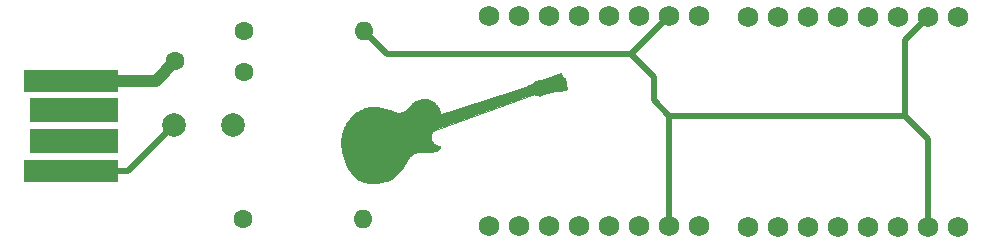
<source format=gbr>
%TF.GenerationSoftware,KiCad,Pcbnew,(7.0.0)*%
%TF.CreationDate,2023-12-29T11:59:30-08:00*%
%TF.ProjectId,MiniBadgeUSBmount,4d696e69-4261-4646-9765-5553426d6f75,rev?*%
%TF.SameCoordinates,Original*%
%TF.FileFunction,Copper,L1,Top*%
%TF.FilePolarity,Positive*%
%FSLAX46Y46*%
G04 Gerber Fmt 4.6, Leading zero omitted, Abs format (unit mm)*
G04 Created by KiCad (PCBNEW (7.0.0)) date 2023-12-29 11:59:30*
%MOMM*%
%LPD*%
G01*
G04 APERTURE LIST*
%TA.AperFunction,NonConductor*%
%ADD10C,0.003014*%
%TD*%
%TA.AperFunction,NonConductor*%
%ADD11C,0.029104*%
%TD*%
%TA.AperFunction,NonConductor*%
%ADD12C,0.026280*%
%TD*%
%TA.AperFunction,NonConductor*%
%ADD13C,0.026458*%
%TD*%
%TA.AperFunction,ComponentPad*%
%ADD14C,1.750000*%
%TD*%
%TA.AperFunction,ConnectorPad*%
%ADD15R,8.000000X1.900000*%
%TD*%
%TA.AperFunction,ConnectorPad*%
%ADD16R,7.500000X2.000000*%
%TD*%
%TA.AperFunction,ComponentPad*%
%ADD17C,1.600000*%
%TD*%
%TA.AperFunction,ComponentPad*%
%ADD18O,1.600000X1.600000*%
%TD*%
%TA.AperFunction,ComponentPad*%
%ADD19C,2.000000*%
%TD*%
%TA.AperFunction,Conductor*%
%ADD20C,0.500000*%
%TD*%
%TA.AperFunction,Conductor*%
%ADD21C,1.000000*%
%TD*%
G04 APERTURE END LIST*
D10*
G36*
X148249698Y-122660455D02*
G01*
X148264495Y-122661580D01*
X148279077Y-122663433D01*
X148293426Y-122665996D01*
X148307523Y-122669250D01*
X148321350Y-122673176D01*
X148334889Y-122677758D01*
X148348121Y-122682975D01*
X148361028Y-122688811D01*
X148373592Y-122695246D01*
X148385794Y-122702263D01*
X148397617Y-122709843D01*
X148409041Y-122717967D01*
X148420049Y-122726618D01*
X148430622Y-122735778D01*
X148440741Y-122745427D01*
X148450390Y-122755547D01*
X148459548Y-122766121D01*
X148468199Y-122777129D01*
X148476323Y-122788554D01*
X148483903Y-122800378D01*
X148490919Y-122812581D01*
X148497354Y-122825147D01*
X148503190Y-122838055D01*
X148508407Y-122851289D01*
X148512989Y-122864829D01*
X148516915Y-122878658D01*
X148520169Y-122892757D01*
X148522732Y-122907108D01*
X148524585Y-122921692D01*
X148525710Y-122936491D01*
X148526089Y-122951488D01*
X148525710Y-122966479D01*
X148524585Y-122981274D01*
X148522732Y-122995854D01*
X148520169Y-123010201D01*
X148516915Y-123024296D01*
X148512989Y-123038122D01*
X148508407Y-123051659D01*
X148503190Y-123064889D01*
X148497354Y-123077795D01*
X148490919Y-123090358D01*
X148483903Y-123102559D01*
X148476323Y-123114381D01*
X148468199Y-123125804D01*
X148459548Y-123136811D01*
X148450390Y-123147383D01*
X148440741Y-123157502D01*
X148430622Y-123167150D01*
X148420049Y-123176308D01*
X148409041Y-123184958D01*
X148397617Y-123193082D01*
X148385794Y-123200661D01*
X148373592Y-123207677D01*
X148361028Y-123214112D01*
X148348121Y-123219947D01*
X148334889Y-123225165D01*
X148321350Y-123229746D01*
X148307523Y-123233673D01*
X148293426Y-123236926D01*
X148279077Y-123239489D01*
X148264495Y-123241342D01*
X148249698Y-123242467D01*
X148234704Y-123242847D01*
X148219710Y-123242467D01*
X148204913Y-123241342D01*
X148190331Y-123239489D01*
X148175982Y-123236926D01*
X148161885Y-123233673D01*
X148148058Y-123229746D01*
X148134519Y-123225165D01*
X148121287Y-123219947D01*
X148108380Y-123214112D01*
X148095816Y-123207677D01*
X148083613Y-123200661D01*
X148071791Y-123193082D01*
X148060367Y-123184958D01*
X148049359Y-123176308D01*
X148038786Y-123167150D01*
X148028666Y-123157502D01*
X148019018Y-123147383D01*
X148009859Y-123136811D01*
X148001209Y-123125804D01*
X147993084Y-123114381D01*
X147985505Y-123102559D01*
X147978488Y-123090358D01*
X147972053Y-123077795D01*
X147966218Y-123064889D01*
X147961000Y-123051659D01*
X147956419Y-123038122D01*
X147952492Y-123024296D01*
X147949238Y-123010201D01*
X147946676Y-122995854D01*
X147944823Y-122981274D01*
X147943697Y-122966479D01*
X147943318Y-122951488D01*
X147943697Y-122936491D01*
X147944823Y-122921692D01*
X147946676Y-122907108D01*
X147949238Y-122892757D01*
X147952492Y-122878658D01*
X147956419Y-122864829D01*
X147961000Y-122851289D01*
X147966218Y-122838055D01*
X147972053Y-122825147D01*
X147978488Y-122812581D01*
X147985505Y-122800378D01*
X147993084Y-122788554D01*
X148001209Y-122777129D01*
X148009859Y-122766121D01*
X148019018Y-122755547D01*
X148028666Y-122745427D01*
X148038786Y-122735778D01*
X148049359Y-122726618D01*
X148060367Y-122717967D01*
X148071791Y-122709843D01*
X148083613Y-122702263D01*
X148095816Y-122695246D01*
X148108380Y-122688811D01*
X148121287Y-122682975D01*
X148134519Y-122677758D01*
X148148058Y-122673176D01*
X148161885Y-122669250D01*
X148175982Y-122665996D01*
X148190331Y-122663433D01*
X148204913Y-122661580D01*
X148219710Y-122660455D01*
X148234704Y-122660075D01*
X148249698Y-122660455D01*
G37*
X148249698Y-122660455D02*
X148264495Y-122661580D01*
X148279077Y-122663433D01*
X148293426Y-122665996D01*
X148307523Y-122669250D01*
X148321350Y-122673176D01*
X148334889Y-122677758D01*
X148348121Y-122682975D01*
X148361028Y-122688811D01*
X148373592Y-122695246D01*
X148385794Y-122702263D01*
X148397617Y-122709843D01*
X148409041Y-122717967D01*
X148420049Y-122726618D01*
X148430622Y-122735778D01*
X148440741Y-122745427D01*
X148450390Y-122755547D01*
X148459548Y-122766121D01*
X148468199Y-122777129D01*
X148476323Y-122788554D01*
X148483903Y-122800378D01*
X148490919Y-122812581D01*
X148497354Y-122825147D01*
X148503190Y-122838055D01*
X148508407Y-122851289D01*
X148512989Y-122864829D01*
X148516915Y-122878658D01*
X148520169Y-122892757D01*
X148522732Y-122907108D01*
X148524585Y-122921692D01*
X148525710Y-122936491D01*
X148526089Y-122951488D01*
X148525710Y-122966479D01*
X148524585Y-122981274D01*
X148522732Y-122995854D01*
X148520169Y-123010201D01*
X148516915Y-123024296D01*
X148512989Y-123038122D01*
X148508407Y-123051659D01*
X148503190Y-123064889D01*
X148497354Y-123077795D01*
X148490919Y-123090358D01*
X148483903Y-123102559D01*
X148476323Y-123114381D01*
X148468199Y-123125804D01*
X148459548Y-123136811D01*
X148450390Y-123147383D01*
X148440741Y-123157502D01*
X148430622Y-123167150D01*
X148420049Y-123176308D01*
X148409041Y-123184958D01*
X148397617Y-123193082D01*
X148385794Y-123200661D01*
X148373592Y-123207677D01*
X148361028Y-123214112D01*
X148348121Y-123219947D01*
X148334889Y-123225165D01*
X148321350Y-123229746D01*
X148307523Y-123233673D01*
X148293426Y-123236926D01*
X148279077Y-123239489D01*
X148264495Y-123241342D01*
X148249698Y-123242467D01*
X148234704Y-123242847D01*
X148219710Y-123242467D01*
X148204913Y-123241342D01*
X148190331Y-123239489D01*
X148175982Y-123236926D01*
X148161885Y-123233673D01*
X148148058Y-123229746D01*
X148134519Y-123225165D01*
X148121287Y-123219947D01*
X148108380Y-123214112D01*
X148095816Y-123207677D01*
X148083613Y-123200661D01*
X148071791Y-123193082D01*
X148060367Y-123184958D01*
X148049359Y-123176308D01*
X148038786Y-123167150D01*
X148028666Y-123157502D01*
X148019018Y-123147383D01*
X148009859Y-123136811D01*
X148001209Y-123125804D01*
X147993084Y-123114381D01*
X147985505Y-123102559D01*
X147978488Y-123090358D01*
X147972053Y-123077795D01*
X147966218Y-123064889D01*
X147961000Y-123051659D01*
X147956419Y-123038122D01*
X147952492Y-123024296D01*
X147949238Y-123010201D01*
X147946676Y-122995854D01*
X147944823Y-122981274D01*
X147943697Y-122966479D01*
X147943318Y-122951488D01*
X147943697Y-122936491D01*
X147944823Y-122921692D01*
X147946676Y-122907108D01*
X147949238Y-122892757D01*
X147952492Y-122878658D01*
X147956419Y-122864829D01*
X147961000Y-122851289D01*
X147966218Y-122838055D01*
X147972053Y-122825147D01*
X147978488Y-122812581D01*
X147985505Y-122800378D01*
X147993084Y-122788554D01*
X148001209Y-122777129D01*
X148009859Y-122766121D01*
X148019018Y-122755547D01*
X148028666Y-122745427D01*
X148038786Y-122735778D01*
X148049359Y-122726618D01*
X148060367Y-122717967D01*
X148071791Y-122709843D01*
X148083613Y-122702263D01*
X148095816Y-122695246D01*
X148108380Y-122688811D01*
X148121287Y-122682975D01*
X148134519Y-122677758D01*
X148148058Y-122673176D01*
X148161885Y-122669250D01*
X148175982Y-122665996D01*
X148190331Y-122663433D01*
X148204913Y-122661580D01*
X148219710Y-122660455D01*
X148234704Y-122660075D01*
X148249698Y-122660455D01*
D11*
G36*
X152480174Y-116608919D02*
G01*
X152583281Y-116620906D01*
X152681083Y-116641241D01*
X152773697Y-116669261D01*
X152861241Y-116704303D01*
X152943832Y-116745704D01*
X153021588Y-116792801D01*
X153094625Y-116844931D01*
X153163062Y-116901431D01*
X153227016Y-116961638D01*
X153286604Y-117024889D01*
X153341944Y-117090521D01*
X153393153Y-117157871D01*
X153440349Y-117226275D01*
X153483648Y-117295072D01*
X153559029Y-117431189D01*
X153620236Y-117560917D01*
X153668207Y-117678952D01*
X153703883Y-117779990D01*
X153728202Y-117858727D01*
X153746530Y-117928082D01*
X153721792Y-118997580D01*
X153706253Y-118999184D01*
X153662499Y-119006519D01*
X153631386Y-119013518D01*
X153594830Y-119023369D01*
X153553370Y-119036544D01*
X153507542Y-119053516D01*
X153457885Y-119074759D01*
X153404934Y-119100746D01*
X153349228Y-119131948D01*
X153291303Y-119168840D01*
X153231697Y-119211895D01*
X153170947Y-119261584D01*
X153109590Y-119318382D01*
X153078852Y-119349594D01*
X153048163Y-119382761D01*
X153012366Y-119426713D01*
X152981848Y-119472565D01*
X152956424Y-119520081D01*
X152935910Y-119569025D01*
X152920118Y-119619162D01*
X152908865Y-119670256D01*
X152901963Y-119722072D01*
X152899228Y-119774374D01*
X152900474Y-119826927D01*
X152905515Y-119879494D01*
X152914167Y-119931841D01*
X152926243Y-119983732D01*
X152941557Y-120034931D01*
X152959925Y-120085203D01*
X152981161Y-120134313D01*
X153005079Y-120182024D01*
X153031494Y-120228101D01*
X153060220Y-120272309D01*
X153091071Y-120314413D01*
X153123862Y-120354176D01*
X153158408Y-120391362D01*
X153194523Y-120425738D01*
X153232021Y-120457066D01*
X153270717Y-120485112D01*
X153310425Y-120509640D01*
X153350961Y-120530414D01*
X153392137Y-120547198D01*
X153433769Y-120559758D01*
X153475671Y-120567858D01*
X153517658Y-120571262D01*
X153559543Y-120569735D01*
X153601142Y-120563040D01*
X153614095Y-120560584D01*
X153625980Y-120559284D01*
X153636825Y-120559093D01*
X153646658Y-120559961D01*
X153655508Y-120561840D01*
X153663403Y-120564682D01*
X153670371Y-120568437D01*
X153676440Y-120573058D01*
X153681640Y-120578495D01*
X153685997Y-120584700D01*
X153689540Y-120591625D01*
X153692299Y-120599220D01*
X153694299Y-120607438D01*
X153695571Y-120616229D01*
X153696143Y-120625545D01*
X153696042Y-120635338D01*
X153695296Y-120645559D01*
X153693935Y-120656159D01*
X153689478Y-120678303D01*
X153682897Y-120701380D01*
X153674418Y-120725003D01*
X153664266Y-120748783D01*
X153652668Y-120772330D01*
X153639851Y-120795257D01*
X153626039Y-120817174D01*
X153599833Y-120851979D01*
X153569970Y-120883754D01*
X153536596Y-120912642D01*
X153499859Y-120938786D01*
X153459905Y-120962331D01*
X153416883Y-120983419D01*
X153322221Y-121018802D01*
X153217048Y-121046084D01*
X153102542Y-121066414D01*
X152979880Y-121080940D01*
X152850238Y-121090811D01*
X152574726Y-121101187D01*
X152285422Y-121106733D01*
X151991741Y-121116639D01*
X151846203Y-121126099D01*
X151703101Y-121140097D01*
X151634228Y-121151044D01*
X151568936Y-121167096D01*
X151506985Y-121188034D01*
X151448134Y-121213641D01*
X151392145Y-121243697D01*
X151338776Y-121277984D01*
X151287789Y-121316285D01*
X151238943Y-121358381D01*
X151191998Y-121404052D01*
X151146715Y-121453082D01*
X151060173Y-121560343D01*
X150977399Y-121678416D01*
X150896472Y-121805554D01*
X150732486Y-122080041D01*
X150645587Y-122223896D01*
X150552860Y-122369831D01*
X150452385Y-122516097D01*
X150342243Y-122660949D01*
X150220514Y-122802640D01*
X150154705Y-122871754D01*
X150085279Y-122939423D01*
X149953766Y-123055127D01*
X149813125Y-123164060D01*
X149663889Y-123265577D01*
X149506593Y-123359033D01*
X149341771Y-123443782D01*
X149169956Y-123519177D01*
X148991681Y-123584574D01*
X148807481Y-123639328D01*
X148617889Y-123682792D01*
X148423438Y-123714320D01*
X148224663Y-123733268D01*
X148022097Y-123738990D01*
X147816274Y-123730840D01*
X147607728Y-123708172D01*
X147396992Y-123670341D01*
X147184599Y-123616702D01*
X147082694Y-123583397D01*
X146982701Y-123543246D01*
X146884708Y-123496469D01*
X146788808Y-123443282D01*
X146695090Y-123383904D01*
X146603644Y-123318553D01*
X146427931Y-123170805D01*
X146262391Y-123001780D01*
X146107748Y-122813224D01*
X145964723Y-122606880D01*
X145834040Y-122384492D01*
X145716421Y-122147805D01*
X145612589Y-121898563D01*
X145523265Y-121638511D01*
X145449174Y-121369391D01*
X145391037Y-121092949D01*
X145349577Y-120810928D01*
X145325516Y-120525073D01*
X145319578Y-120237128D01*
X145324574Y-120095925D01*
X145336067Y-119956433D01*
X145353853Y-119818800D01*
X145377734Y-119683173D01*
X145407507Y-119549700D01*
X145442972Y-119418528D01*
X145483928Y-119289805D01*
X145530174Y-119163679D01*
X145581508Y-119040298D01*
X145637730Y-118919808D01*
X145698639Y-118802357D01*
X145764033Y-118688093D01*
X145833713Y-118577164D01*
X145907476Y-118469717D01*
X145985122Y-118365900D01*
X146066450Y-118265860D01*
X146151259Y-118169745D01*
X146239348Y-118077703D01*
X146330515Y-117989881D01*
X146424561Y-117906426D01*
X146521283Y-117827487D01*
X146620482Y-117753211D01*
X146721955Y-117683745D01*
X146825503Y-117619238D01*
X146930923Y-117559836D01*
X147038015Y-117505687D01*
X147146579Y-117456940D01*
X147256412Y-117413740D01*
X147367314Y-117376237D01*
X147479085Y-117344578D01*
X147591522Y-117318910D01*
X147704426Y-117299380D01*
X147805242Y-117286871D01*
X147904325Y-117278686D01*
X148001699Y-117274566D01*
X148097392Y-117274257D01*
X148191430Y-117277500D01*
X148283838Y-117284040D01*
X148374643Y-117293618D01*
X148463871Y-117305979D01*
X148637700Y-117338021D01*
X148805533Y-117378111D01*
X148967579Y-117424194D01*
X149124048Y-117474216D01*
X149698321Y-117672595D01*
X149830033Y-117711490D01*
X149957420Y-117741996D01*
X150080691Y-117762059D01*
X150140849Y-117767531D01*
X150200055Y-117769623D01*
X150279590Y-117767640D01*
X150353621Y-117760978D01*
X150422551Y-117749895D01*
X150486781Y-117734647D01*
X150546716Y-117715489D01*
X150602758Y-117692679D01*
X150655309Y-117666473D01*
X150704771Y-117637127D01*
X150751549Y-117604899D01*
X150796043Y-117570043D01*
X150838658Y-117532817D01*
X150879794Y-117493477D01*
X150959247Y-117409483D01*
X151037620Y-117320110D01*
X151118138Y-117227411D01*
X151204019Y-117133437D01*
X151298486Y-117040240D01*
X151349946Y-116994574D01*
X151404760Y-116949871D01*
X151463331Y-116906388D01*
X151526061Y-116864382D01*
X151593354Y-116824109D01*
X151665612Y-116785825D01*
X151743237Y-116749787D01*
X151826633Y-116716252D01*
X151916201Y-116685474D01*
X152012345Y-116657713D01*
X152137848Y-116629677D01*
X152257575Y-116612641D01*
X152371645Y-116605943D01*
X152480174Y-116608919D01*
G37*
X152480174Y-116608919D02*
X152583281Y-116620906D01*
X152681083Y-116641241D01*
X152773697Y-116669261D01*
X152861241Y-116704303D01*
X152943832Y-116745704D01*
X153021588Y-116792801D01*
X153094625Y-116844931D01*
X153163062Y-116901431D01*
X153227016Y-116961638D01*
X153286604Y-117024889D01*
X153341944Y-117090521D01*
X153393153Y-117157871D01*
X153440349Y-117226275D01*
X153483648Y-117295072D01*
X153559029Y-117431189D01*
X153620236Y-117560917D01*
X153668207Y-117678952D01*
X153703883Y-117779990D01*
X153728202Y-117858727D01*
X153746530Y-117928082D01*
X153721792Y-118997580D01*
X153706253Y-118999184D01*
X153662499Y-119006519D01*
X153631386Y-119013518D01*
X153594830Y-119023369D01*
X153553370Y-119036544D01*
X153507542Y-119053516D01*
X153457885Y-119074759D01*
X153404934Y-119100746D01*
X153349228Y-119131948D01*
X153291303Y-119168840D01*
X153231697Y-119211895D01*
X153170947Y-119261584D01*
X153109590Y-119318382D01*
X153078852Y-119349594D01*
X153048163Y-119382761D01*
X153012366Y-119426713D01*
X152981848Y-119472565D01*
X152956424Y-119520081D01*
X152935910Y-119569025D01*
X152920118Y-119619162D01*
X152908865Y-119670256D01*
X152901963Y-119722072D01*
X152899228Y-119774374D01*
X152900474Y-119826927D01*
X152905515Y-119879494D01*
X152914167Y-119931841D01*
X152926243Y-119983732D01*
X152941557Y-120034931D01*
X152959925Y-120085203D01*
X152981161Y-120134313D01*
X153005079Y-120182024D01*
X153031494Y-120228101D01*
X153060220Y-120272309D01*
X153091071Y-120314413D01*
X153123862Y-120354176D01*
X153158408Y-120391362D01*
X153194523Y-120425738D01*
X153232021Y-120457066D01*
X153270717Y-120485112D01*
X153310425Y-120509640D01*
X153350961Y-120530414D01*
X153392137Y-120547198D01*
X153433769Y-120559758D01*
X153475671Y-120567858D01*
X153517658Y-120571262D01*
X153559543Y-120569735D01*
X153601142Y-120563040D01*
X153614095Y-120560584D01*
X153625980Y-120559284D01*
X153636825Y-120559093D01*
X153646658Y-120559961D01*
X153655508Y-120561840D01*
X153663403Y-120564682D01*
X153670371Y-120568437D01*
X153676440Y-120573058D01*
X153681640Y-120578495D01*
X153685997Y-120584700D01*
X153689540Y-120591625D01*
X153692299Y-120599220D01*
X153694299Y-120607438D01*
X153695571Y-120616229D01*
X153696143Y-120625545D01*
X153696042Y-120635338D01*
X153695296Y-120645559D01*
X153693935Y-120656159D01*
X153689478Y-120678303D01*
X153682897Y-120701380D01*
X153674418Y-120725003D01*
X153664266Y-120748783D01*
X153652668Y-120772330D01*
X153639851Y-120795257D01*
X153626039Y-120817174D01*
X153599833Y-120851979D01*
X153569970Y-120883754D01*
X153536596Y-120912642D01*
X153499859Y-120938786D01*
X153459905Y-120962331D01*
X153416883Y-120983419D01*
X153322221Y-121018802D01*
X153217048Y-121046084D01*
X153102542Y-121066414D01*
X152979880Y-121080940D01*
X152850238Y-121090811D01*
X152574726Y-121101187D01*
X152285422Y-121106733D01*
X151991741Y-121116639D01*
X151846203Y-121126099D01*
X151703101Y-121140097D01*
X151634228Y-121151044D01*
X151568936Y-121167096D01*
X151506985Y-121188034D01*
X151448134Y-121213641D01*
X151392145Y-121243697D01*
X151338776Y-121277984D01*
X151287789Y-121316285D01*
X151238943Y-121358381D01*
X151191998Y-121404052D01*
X151146715Y-121453082D01*
X151060173Y-121560343D01*
X150977399Y-121678416D01*
X150896472Y-121805554D01*
X150732486Y-122080041D01*
X150645587Y-122223896D01*
X150552860Y-122369831D01*
X150452385Y-122516097D01*
X150342243Y-122660949D01*
X150220514Y-122802640D01*
X150154705Y-122871754D01*
X150085279Y-122939423D01*
X149953766Y-123055127D01*
X149813125Y-123164060D01*
X149663889Y-123265577D01*
X149506593Y-123359033D01*
X149341771Y-123443782D01*
X149169956Y-123519177D01*
X148991681Y-123584574D01*
X148807481Y-123639328D01*
X148617889Y-123682792D01*
X148423438Y-123714320D01*
X148224663Y-123733268D01*
X148022097Y-123738990D01*
X147816274Y-123730840D01*
X147607728Y-123708172D01*
X147396992Y-123670341D01*
X147184599Y-123616702D01*
X147082694Y-123583397D01*
X146982701Y-123543246D01*
X146884708Y-123496469D01*
X146788808Y-123443282D01*
X146695090Y-123383904D01*
X146603644Y-123318553D01*
X146427931Y-123170805D01*
X146262391Y-123001780D01*
X146107748Y-122813224D01*
X145964723Y-122606880D01*
X145834040Y-122384492D01*
X145716421Y-122147805D01*
X145612589Y-121898563D01*
X145523265Y-121638511D01*
X145449174Y-121369391D01*
X145391037Y-121092949D01*
X145349577Y-120810928D01*
X145325516Y-120525073D01*
X145319578Y-120237128D01*
X145324574Y-120095925D01*
X145336067Y-119956433D01*
X145353853Y-119818800D01*
X145377734Y-119683173D01*
X145407507Y-119549700D01*
X145442972Y-119418528D01*
X145483928Y-119289805D01*
X145530174Y-119163679D01*
X145581508Y-119040298D01*
X145637730Y-118919808D01*
X145698639Y-118802357D01*
X145764033Y-118688093D01*
X145833713Y-118577164D01*
X145907476Y-118469717D01*
X145985122Y-118365900D01*
X146066450Y-118265860D01*
X146151259Y-118169745D01*
X146239348Y-118077703D01*
X146330515Y-117989881D01*
X146424561Y-117906426D01*
X146521283Y-117827487D01*
X146620482Y-117753211D01*
X146721955Y-117683745D01*
X146825503Y-117619238D01*
X146930923Y-117559836D01*
X147038015Y-117505687D01*
X147146579Y-117456940D01*
X147256412Y-117413740D01*
X147367314Y-117376237D01*
X147479085Y-117344578D01*
X147591522Y-117318910D01*
X147704426Y-117299380D01*
X147805242Y-117286871D01*
X147904325Y-117278686D01*
X148001699Y-117274566D01*
X148097392Y-117274257D01*
X148191430Y-117277500D01*
X148283838Y-117284040D01*
X148374643Y-117293618D01*
X148463871Y-117305979D01*
X148637700Y-117338021D01*
X148805533Y-117378111D01*
X148967579Y-117424194D01*
X149124048Y-117474216D01*
X149698321Y-117672595D01*
X149830033Y-117711490D01*
X149957420Y-117741996D01*
X150080691Y-117762059D01*
X150140849Y-117767531D01*
X150200055Y-117769623D01*
X150279590Y-117767640D01*
X150353621Y-117760978D01*
X150422551Y-117749895D01*
X150486781Y-117734647D01*
X150546716Y-117715489D01*
X150602758Y-117692679D01*
X150655309Y-117666473D01*
X150704771Y-117637127D01*
X150751549Y-117604899D01*
X150796043Y-117570043D01*
X150838658Y-117532817D01*
X150879794Y-117493477D01*
X150959247Y-117409483D01*
X151037620Y-117320110D01*
X151118138Y-117227411D01*
X151204019Y-117133437D01*
X151298486Y-117040240D01*
X151349946Y-116994574D01*
X151404760Y-116949871D01*
X151463331Y-116906388D01*
X151526061Y-116864382D01*
X151593354Y-116824109D01*
X151665612Y-116785825D01*
X151743237Y-116749787D01*
X151826633Y-116716252D01*
X151916201Y-116685474D01*
X152012345Y-116657713D01*
X152137848Y-116629677D01*
X152257575Y-116612641D01*
X152371645Y-116605943D01*
X152480174Y-116608919D01*
D12*
G36*
X161432281Y-116310448D02*
G01*
X152615650Y-119461503D01*
X152506167Y-119207020D01*
X152453577Y-119077786D01*
X152403606Y-118946647D01*
X152357145Y-118813169D01*
X152315084Y-118676922D01*
X152295981Y-118607624D01*
X152278312Y-118537471D01*
X152262188Y-118466410D01*
X152247720Y-118394385D01*
X161191324Y-115518497D01*
X161432281Y-116310448D01*
G37*
X161432281Y-116310448D02*
X152615650Y-119461503D01*
X152506167Y-119207020D01*
X152453577Y-119077786D01*
X152403606Y-118946647D01*
X152357145Y-118813169D01*
X152315084Y-118676922D01*
X152295981Y-118607624D01*
X152278312Y-118537471D01*
X152262188Y-118466410D01*
X152247720Y-118394385D01*
X161191324Y-115518497D01*
X161432281Y-116310448D01*
D13*
G36*
X163930495Y-114411720D02*
G01*
X163929645Y-114416704D01*
X163929278Y-114422264D01*
X163929369Y-114428360D01*
X163930829Y-114442005D01*
X163933827Y-114457327D01*
X163938167Y-114474012D01*
X163943653Y-114491745D01*
X163950087Y-114510215D01*
X163957272Y-114529106D01*
X163973112Y-114566901D01*
X163989598Y-114602622D01*
X164005156Y-114633760D01*
X164018213Y-114657806D01*
X164027295Y-114673194D01*
X164036220Y-114687453D01*
X164044989Y-114700644D01*
X164053603Y-114712826D01*
X164062063Y-114724059D01*
X164070371Y-114734403D01*
X164078527Y-114743918D01*
X164086532Y-114752663D01*
X164094387Y-114760699D01*
X164102093Y-114768085D01*
X164109652Y-114774881D01*
X164117064Y-114781146D01*
X164131451Y-114792326D01*
X164145263Y-114802103D01*
X164171194Y-114819362D01*
X164183329Y-114827800D01*
X164194921Y-114836750D01*
X164200515Y-114841565D01*
X164205977Y-114846688D01*
X164211308Y-114852178D01*
X164216507Y-114858095D01*
X164221577Y-114864498D01*
X164226519Y-114871448D01*
X164231332Y-114879004D01*
X164236019Y-114887226D01*
X164242151Y-114899431D01*
X164247442Y-114911661D01*
X164251953Y-114923876D01*
X164255746Y-114936036D01*
X164258881Y-114948101D01*
X164261421Y-114960031D01*
X164263428Y-114971786D01*
X164264961Y-114983326D01*
X164266084Y-114994611D01*
X164266858Y-115005600D01*
X164267603Y-115026533D01*
X164267609Y-115063095D01*
X164268012Y-115067181D01*
X164269186Y-115071350D01*
X164271073Y-115075612D01*
X164273619Y-115079977D01*
X164276767Y-115084455D01*
X164280462Y-115089057D01*
X164289268Y-115098673D01*
X164310985Y-115119836D01*
X164323002Y-115131547D01*
X164335196Y-115144120D01*
X164347122Y-115157637D01*
X164358332Y-115172178D01*
X164363529Y-115179859D01*
X164368379Y-115187827D01*
X164372828Y-115196092D01*
X164376818Y-115204664D01*
X164380295Y-115213553D01*
X164383202Y-115222771D01*
X164385484Y-115232326D01*
X164387085Y-115242230D01*
X164387949Y-115252492D01*
X164388019Y-115263122D01*
X164387242Y-115274132D01*
X164385559Y-115285530D01*
X164381272Y-115311493D01*
X164378059Y-115337193D01*
X164375857Y-115362594D01*
X164374606Y-115387659D01*
X164374244Y-115412350D01*
X164374710Y-115436631D01*
X164375942Y-115460466D01*
X164377878Y-115483816D01*
X164380458Y-115506647D01*
X164383619Y-115528920D01*
X164387300Y-115550599D01*
X164391441Y-115571647D01*
X164395978Y-115592027D01*
X164400852Y-115611703D01*
X164411360Y-115648793D01*
X164422473Y-115682623D01*
X164433701Y-115712898D01*
X164444550Y-115739323D01*
X164454530Y-115761605D01*
X164469913Y-115792558D01*
X164475914Y-115803399D01*
X164323858Y-115820896D01*
X164161167Y-115843971D01*
X163813117Y-115903947D01*
X163450225Y-115977518D01*
X163090952Y-116058870D01*
X162753761Y-116142194D01*
X162457113Y-116221676D01*
X162219468Y-116291507D01*
X162059290Y-116345874D01*
X161941365Y-116304020D01*
X161847031Y-116271233D01*
X161776291Y-116247899D01*
X161761092Y-116243674D01*
X161745491Y-116240048D01*
X161729546Y-116236990D01*
X161713316Y-116234470D01*
X161696859Y-116232457D01*
X161680232Y-116230920D01*
X161646702Y-116229156D01*
X161613189Y-116228934D01*
X161580157Y-116230010D01*
X161548071Y-116232139D01*
X161517393Y-116235080D01*
X161488587Y-116238587D01*
X161462118Y-116242417D01*
X161418043Y-116250072D01*
X161378331Y-116258535D01*
X161147747Y-115457430D01*
X161147748Y-115457430D01*
X161292766Y-115418186D01*
X161346071Y-115401722D01*
X161372505Y-115392670D01*
X161398122Y-115383113D01*
X161422415Y-115373084D01*
X161444882Y-115362614D01*
X161465016Y-115351737D01*
X161482314Y-115340485D01*
X161500429Y-115326585D01*
X161518997Y-115311029D01*
X161537793Y-115294167D01*
X161556594Y-115276353D01*
X161575177Y-115257939D01*
X161593317Y-115239277D01*
X161610791Y-115220720D01*
X161627375Y-115202620D01*
X161656979Y-115169201D01*
X161680340Y-115141840D01*
X161701177Y-115116568D01*
X162558692Y-114899186D01*
X163931853Y-114407352D01*
X163930495Y-114411720D01*
G37*
X163930495Y-114411720D02*
X163929645Y-114416704D01*
X163929278Y-114422264D01*
X163929369Y-114428360D01*
X163930829Y-114442005D01*
X163933827Y-114457327D01*
X163938167Y-114474012D01*
X163943653Y-114491745D01*
X163950087Y-114510215D01*
X163957272Y-114529106D01*
X163973112Y-114566901D01*
X163989598Y-114602622D01*
X164005156Y-114633760D01*
X164018213Y-114657806D01*
X164027295Y-114673194D01*
X164036220Y-114687453D01*
X164044989Y-114700644D01*
X164053603Y-114712826D01*
X164062063Y-114724059D01*
X164070371Y-114734403D01*
X164078527Y-114743918D01*
X164086532Y-114752663D01*
X164094387Y-114760699D01*
X164102093Y-114768085D01*
X164109652Y-114774881D01*
X164117064Y-114781146D01*
X164131451Y-114792326D01*
X164145263Y-114802103D01*
X164171194Y-114819362D01*
X164183329Y-114827800D01*
X164194921Y-114836750D01*
X164200515Y-114841565D01*
X164205977Y-114846688D01*
X164211308Y-114852178D01*
X164216507Y-114858095D01*
X164221577Y-114864498D01*
X164226519Y-114871448D01*
X164231332Y-114879004D01*
X164236019Y-114887226D01*
X164242151Y-114899431D01*
X164247442Y-114911661D01*
X164251953Y-114923876D01*
X164255746Y-114936036D01*
X164258881Y-114948101D01*
X164261421Y-114960031D01*
X164263428Y-114971786D01*
X164264961Y-114983326D01*
X164266084Y-114994611D01*
X164266858Y-115005600D01*
X164267603Y-115026533D01*
X164267609Y-115063095D01*
X164268012Y-115067181D01*
X164269186Y-115071350D01*
X164271073Y-115075612D01*
X164273619Y-115079977D01*
X164276767Y-115084455D01*
X164280462Y-115089057D01*
X164289268Y-115098673D01*
X164310985Y-115119836D01*
X164323002Y-115131547D01*
X164335196Y-115144120D01*
X164347122Y-115157637D01*
X164358332Y-115172178D01*
X164363529Y-115179859D01*
X164368379Y-115187827D01*
X164372828Y-115196092D01*
X164376818Y-115204664D01*
X164380295Y-115213553D01*
X164383202Y-115222771D01*
X164385484Y-115232326D01*
X164387085Y-115242230D01*
X164387949Y-115252492D01*
X164388019Y-115263122D01*
X164387242Y-115274132D01*
X164385559Y-115285530D01*
X164381272Y-115311493D01*
X164378059Y-115337193D01*
X164375857Y-115362594D01*
X164374606Y-115387659D01*
X164374244Y-115412350D01*
X164374710Y-115436631D01*
X164375942Y-115460466D01*
X164377878Y-115483816D01*
X164380458Y-115506647D01*
X164383619Y-115528920D01*
X164387300Y-115550599D01*
X164391441Y-115571647D01*
X164395978Y-115592027D01*
X164400852Y-115611703D01*
X164411360Y-115648793D01*
X164422473Y-115682623D01*
X164433701Y-115712898D01*
X164444550Y-115739323D01*
X164454530Y-115761605D01*
X164469913Y-115792558D01*
X164475914Y-115803399D01*
X164323858Y-115820896D01*
X164161167Y-115843971D01*
X163813117Y-115903947D01*
X163450225Y-115977518D01*
X163090952Y-116058870D01*
X162753761Y-116142194D01*
X162457113Y-116221676D01*
X162219468Y-116291507D01*
X162059290Y-116345874D01*
X161941365Y-116304020D01*
X161847031Y-116271233D01*
X161776291Y-116247899D01*
X161761092Y-116243674D01*
X161745491Y-116240048D01*
X161729546Y-116236990D01*
X161713316Y-116234470D01*
X161696859Y-116232457D01*
X161680232Y-116230920D01*
X161646702Y-116229156D01*
X161613189Y-116228934D01*
X161580157Y-116230010D01*
X161548071Y-116232139D01*
X161517393Y-116235080D01*
X161488587Y-116238587D01*
X161462118Y-116242417D01*
X161418043Y-116250072D01*
X161378331Y-116258535D01*
X161147747Y-115457430D01*
X161147748Y-115457430D01*
X161292766Y-115418186D01*
X161346071Y-115401722D01*
X161372505Y-115392670D01*
X161398122Y-115383113D01*
X161422415Y-115373084D01*
X161444882Y-115362614D01*
X161465016Y-115351737D01*
X161482314Y-115340485D01*
X161500429Y-115326585D01*
X161518997Y-115311029D01*
X161537793Y-115294167D01*
X161556594Y-115276353D01*
X161575177Y-115257939D01*
X161593317Y-115239277D01*
X161610791Y-115220720D01*
X161627375Y-115202620D01*
X161656979Y-115169201D01*
X161680340Y-115141840D01*
X161701177Y-115116568D01*
X162558692Y-114899186D01*
X163931853Y-114407352D01*
X163930495Y-114411720D01*
D10*
G36*
X149453763Y-122282207D02*
G01*
X149468561Y-122283333D01*
X149483143Y-122285186D01*
X149497491Y-122287749D01*
X149511589Y-122291002D01*
X149525416Y-122294929D01*
X149538954Y-122299511D01*
X149552186Y-122304728D01*
X149565094Y-122310564D01*
X149577657Y-122316999D01*
X149589860Y-122324016D01*
X149601682Y-122331596D01*
X149613107Y-122339720D01*
X149624114Y-122348371D01*
X149634687Y-122357530D01*
X149644807Y-122367179D01*
X149654456Y-122377300D01*
X149663614Y-122387874D01*
X149672265Y-122398882D01*
X149680389Y-122410307D01*
X149687968Y-122422131D01*
X149694985Y-122434334D01*
X149701420Y-122446900D01*
X149707255Y-122459808D01*
X149712473Y-122473042D01*
X149717054Y-122486582D01*
X149720981Y-122500411D01*
X149724235Y-122514510D01*
X149726797Y-122528860D01*
X149728651Y-122543445D01*
X149729776Y-122558244D01*
X149730155Y-122573241D01*
X149729776Y-122588232D01*
X149728651Y-122603027D01*
X149726797Y-122617607D01*
X149724235Y-122631954D01*
X149720981Y-122646049D01*
X149717054Y-122659874D01*
X149712473Y-122673412D01*
X149707255Y-122686642D01*
X149701420Y-122699548D01*
X149694985Y-122712111D01*
X149687968Y-122724312D01*
X149680389Y-122736133D01*
X149672265Y-122747557D01*
X149663614Y-122758564D01*
X149654456Y-122769136D01*
X149644807Y-122779255D01*
X149634687Y-122788903D01*
X149624114Y-122798061D01*
X149613107Y-122806711D01*
X149601682Y-122814835D01*
X149589860Y-122822414D01*
X149577657Y-122829430D01*
X149565094Y-122835865D01*
X149552186Y-122841700D01*
X149538954Y-122846918D01*
X149525416Y-122851499D01*
X149511589Y-122855426D01*
X149497491Y-122858679D01*
X149483143Y-122861242D01*
X149468561Y-122863095D01*
X149453763Y-122864220D01*
X149438769Y-122864600D01*
X149423773Y-122864220D01*
X149408974Y-122863095D01*
X149394390Y-122861242D01*
X149380040Y-122858679D01*
X149365942Y-122855426D01*
X149352114Y-122851499D01*
X149338574Y-122846918D01*
X149325341Y-122841700D01*
X149312434Y-122835865D01*
X149299870Y-122829430D01*
X149287667Y-122822414D01*
X149275845Y-122814835D01*
X149264421Y-122806711D01*
X149253414Y-122798061D01*
X149242841Y-122788903D01*
X149232722Y-122779255D01*
X149223074Y-122769136D01*
X149213916Y-122758564D01*
X149205267Y-122747557D01*
X149197143Y-122736133D01*
X149189564Y-122724312D01*
X149182549Y-122712111D01*
X149176115Y-122699548D01*
X149170280Y-122686642D01*
X149165063Y-122673412D01*
X149160482Y-122659874D01*
X149156556Y-122646049D01*
X149153303Y-122631954D01*
X149150741Y-122617607D01*
X149148888Y-122603027D01*
X149147763Y-122588232D01*
X149147384Y-122573241D01*
X149147763Y-122558244D01*
X149148888Y-122543445D01*
X149150741Y-122528860D01*
X149153303Y-122514510D01*
X149156556Y-122500411D01*
X149160482Y-122486582D01*
X149165063Y-122473042D01*
X149170280Y-122459808D01*
X149176115Y-122446900D01*
X149182549Y-122434334D01*
X149189564Y-122422131D01*
X149197143Y-122410307D01*
X149205267Y-122398882D01*
X149213916Y-122387874D01*
X149223074Y-122377300D01*
X149232722Y-122367179D01*
X149242841Y-122357530D01*
X149253414Y-122348371D01*
X149264421Y-122339720D01*
X149275845Y-122331596D01*
X149287667Y-122324016D01*
X149299870Y-122316999D01*
X149312434Y-122310564D01*
X149325341Y-122304728D01*
X149338574Y-122299511D01*
X149352114Y-122294929D01*
X149365942Y-122291002D01*
X149380040Y-122287749D01*
X149394390Y-122285186D01*
X149408974Y-122283333D01*
X149423773Y-122282207D01*
X149438769Y-122281828D01*
X149453763Y-122282207D01*
G37*
X149453763Y-122282207D02*
X149468561Y-122283333D01*
X149483143Y-122285186D01*
X149497491Y-122287749D01*
X149511589Y-122291002D01*
X149525416Y-122294929D01*
X149538954Y-122299511D01*
X149552186Y-122304728D01*
X149565094Y-122310564D01*
X149577657Y-122316999D01*
X149589860Y-122324016D01*
X149601682Y-122331596D01*
X149613107Y-122339720D01*
X149624114Y-122348371D01*
X149634687Y-122357530D01*
X149644807Y-122367179D01*
X149654456Y-122377300D01*
X149663614Y-122387874D01*
X149672265Y-122398882D01*
X149680389Y-122410307D01*
X149687968Y-122422131D01*
X149694985Y-122434334D01*
X149701420Y-122446900D01*
X149707255Y-122459808D01*
X149712473Y-122473042D01*
X149717054Y-122486582D01*
X149720981Y-122500411D01*
X149724235Y-122514510D01*
X149726797Y-122528860D01*
X149728651Y-122543445D01*
X149729776Y-122558244D01*
X149730155Y-122573241D01*
X149729776Y-122588232D01*
X149728651Y-122603027D01*
X149726797Y-122617607D01*
X149724235Y-122631954D01*
X149720981Y-122646049D01*
X149717054Y-122659874D01*
X149712473Y-122673412D01*
X149707255Y-122686642D01*
X149701420Y-122699548D01*
X149694985Y-122712111D01*
X149687968Y-122724312D01*
X149680389Y-122736133D01*
X149672265Y-122747557D01*
X149663614Y-122758564D01*
X149654456Y-122769136D01*
X149644807Y-122779255D01*
X149634687Y-122788903D01*
X149624114Y-122798061D01*
X149613107Y-122806711D01*
X149601682Y-122814835D01*
X149589860Y-122822414D01*
X149577657Y-122829430D01*
X149565094Y-122835865D01*
X149552186Y-122841700D01*
X149538954Y-122846918D01*
X149525416Y-122851499D01*
X149511589Y-122855426D01*
X149497491Y-122858679D01*
X149483143Y-122861242D01*
X149468561Y-122863095D01*
X149453763Y-122864220D01*
X149438769Y-122864600D01*
X149423773Y-122864220D01*
X149408974Y-122863095D01*
X149394390Y-122861242D01*
X149380040Y-122858679D01*
X149365942Y-122855426D01*
X149352114Y-122851499D01*
X149338574Y-122846918D01*
X149325341Y-122841700D01*
X149312434Y-122835865D01*
X149299870Y-122829430D01*
X149287667Y-122822414D01*
X149275845Y-122814835D01*
X149264421Y-122806711D01*
X149253414Y-122798061D01*
X149242841Y-122788903D01*
X149232722Y-122779255D01*
X149223074Y-122769136D01*
X149213916Y-122758564D01*
X149205267Y-122747557D01*
X149197143Y-122736133D01*
X149189564Y-122724312D01*
X149182549Y-122712111D01*
X149176115Y-122699548D01*
X149170280Y-122686642D01*
X149165063Y-122673412D01*
X149160482Y-122659874D01*
X149156556Y-122646049D01*
X149153303Y-122631954D01*
X149150741Y-122617607D01*
X149148888Y-122603027D01*
X149147763Y-122588232D01*
X149147384Y-122573241D01*
X149147763Y-122558244D01*
X149148888Y-122543445D01*
X149150741Y-122528860D01*
X149153303Y-122514510D01*
X149156556Y-122500411D01*
X149160482Y-122486582D01*
X149165063Y-122473042D01*
X149170280Y-122459808D01*
X149176115Y-122446900D01*
X149182549Y-122434334D01*
X149189564Y-122422131D01*
X149197143Y-122410307D01*
X149205267Y-122398882D01*
X149213916Y-122387874D01*
X149223074Y-122377300D01*
X149232722Y-122367179D01*
X149242841Y-122357530D01*
X149253414Y-122348371D01*
X149264421Y-122339720D01*
X149275845Y-122331596D01*
X149287667Y-122324016D01*
X149299870Y-122316999D01*
X149312434Y-122310564D01*
X149325341Y-122304728D01*
X149338574Y-122299511D01*
X149352114Y-122294929D01*
X149365942Y-122291002D01*
X149380040Y-122287749D01*
X149394390Y-122285186D01*
X149408974Y-122283333D01*
X149423773Y-122282207D01*
X149438769Y-122281828D01*
X149453763Y-122282207D01*
G36*
X148653161Y-121601380D02*
G01*
X148667958Y-121602505D01*
X148682540Y-121604359D01*
X148696889Y-121606921D01*
X148710986Y-121610175D01*
X148724813Y-121614102D01*
X148738352Y-121618683D01*
X148751584Y-121623901D01*
X148764491Y-121629737D01*
X148777055Y-121636172D01*
X148789257Y-121643189D01*
X148801080Y-121650769D01*
X148812504Y-121658893D01*
X148823512Y-121667544D01*
X148834085Y-121676703D01*
X148844204Y-121686352D01*
X148853853Y-121696473D01*
X148863011Y-121707046D01*
X148871662Y-121718055D01*
X148879786Y-121729480D01*
X148887366Y-121741304D01*
X148894382Y-121753507D01*
X148900817Y-121766072D01*
X148906653Y-121778981D01*
X148911870Y-121792214D01*
X148916452Y-121805755D01*
X148920378Y-121819583D01*
X148923632Y-121833682D01*
X148926195Y-121848033D01*
X148928048Y-121862617D01*
X148929173Y-121877417D01*
X148929552Y-121892413D01*
X148929173Y-121907405D01*
X148928048Y-121922200D01*
X148926195Y-121936780D01*
X148923632Y-121951127D01*
X148920378Y-121965222D01*
X148916452Y-121979047D01*
X148911870Y-121992584D01*
X148906653Y-122005815D01*
X148900817Y-122018721D01*
X148894382Y-122031283D01*
X148887366Y-122043485D01*
X148879786Y-122055306D01*
X148871662Y-122066729D01*
X148863011Y-122077736D01*
X148853853Y-122088309D01*
X148844204Y-122098428D01*
X148834085Y-122108076D01*
X148823512Y-122117234D01*
X148812504Y-122125884D01*
X148801080Y-122134007D01*
X148789257Y-122141587D01*
X148777055Y-122148603D01*
X148764491Y-122155038D01*
X148751584Y-122160873D01*
X148738352Y-122166090D01*
X148724813Y-122170672D01*
X148710986Y-122174598D01*
X148696889Y-122177852D01*
X148682540Y-122180415D01*
X148667958Y-122182268D01*
X148653161Y-122183393D01*
X148638167Y-122183772D01*
X148623170Y-122183393D01*
X148608371Y-122182268D01*
X148593787Y-122180415D01*
X148579437Y-122177852D01*
X148565339Y-122174598D01*
X148551511Y-122170672D01*
X148537971Y-122166090D01*
X148524739Y-122160873D01*
X148511831Y-122155038D01*
X148499267Y-122148603D01*
X148487065Y-122141587D01*
X148475242Y-122134007D01*
X148463818Y-122125884D01*
X148452811Y-122117234D01*
X148442238Y-122108076D01*
X148432119Y-122098428D01*
X148422471Y-122088309D01*
X148413314Y-122077736D01*
X148404664Y-122066729D01*
X148396540Y-122055306D01*
X148388962Y-122043485D01*
X148381946Y-122031283D01*
X148375512Y-122018721D01*
X148369677Y-122005815D01*
X148364460Y-121992584D01*
X148359880Y-121979047D01*
X148355954Y-121965222D01*
X148352700Y-121951127D01*
X148350138Y-121936780D01*
X148348285Y-121922200D01*
X148347160Y-121907405D01*
X148346781Y-121892413D01*
X148347160Y-121877417D01*
X148348285Y-121862617D01*
X148350138Y-121848033D01*
X148352700Y-121833682D01*
X148355954Y-121819583D01*
X148359880Y-121805755D01*
X148364460Y-121792214D01*
X148369677Y-121778981D01*
X148375512Y-121766072D01*
X148381946Y-121753507D01*
X148388962Y-121741304D01*
X148396540Y-121729480D01*
X148404664Y-121718055D01*
X148413314Y-121707046D01*
X148422471Y-121696473D01*
X148432119Y-121686352D01*
X148442238Y-121676703D01*
X148452811Y-121667544D01*
X148463818Y-121658893D01*
X148475242Y-121650769D01*
X148487065Y-121643189D01*
X148499267Y-121636172D01*
X148511831Y-121629737D01*
X148524739Y-121623901D01*
X148537971Y-121618683D01*
X148551511Y-121614102D01*
X148565339Y-121610175D01*
X148579437Y-121606921D01*
X148593787Y-121604359D01*
X148608371Y-121602505D01*
X148623170Y-121601380D01*
X148638167Y-121601001D01*
X148653161Y-121601380D01*
G37*
X148653161Y-121601380D02*
X148667958Y-121602505D01*
X148682540Y-121604359D01*
X148696889Y-121606921D01*
X148710986Y-121610175D01*
X148724813Y-121614102D01*
X148738352Y-121618683D01*
X148751584Y-121623901D01*
X148764491Y-121629737D01*
X148777055Y-121636172D01*
X148789257Y-121643189D01*
X148801080Y-121650769D01*
X148812504Y-121658893D01*
X148823512Y-121667544D01*
X148834085Y-121676703D01*
X148844204Y-121686352D01*
X148853853Y-121696473D01*
X148863011Y-121707046D01*
X148871662Y-121718055D01*
X148879786Y-121729480D01*
X148887366Y-121741304D01*
X148894382Y-121753507D01*
X148900817Y-121766072D01*
X148906653Y-121778981D01*
X148911870Y-121792214D01*
X148916452Y-121805755D01*
X148920378Y-121819583D01*
X148923632Y-121833682D01*
X148926195Y-121848033D01*
X148928048Y-121862617D01*
X148929173Y-121877417D01*
X148929552Y-121892413D01*
X148929173Y-121907405D01*
X148928048Y-121922200D01*
X148926195Y-121936780D01*
X148923632Y-121951127D01*
X148920378Y-121965222D01*
X148916452Y-121979047D01*
X148911870Y-121992584D01*
X148906653Y-122005815D01*
X148900817Y-122018721D01*
X148894382Y-122031283D01*
X148887366Y-122043485D01*
X148879786Y-122055306D01*
X148871662Y-122066729D01*
X148863011Y-122077736D01*
X148853853Y-122088309D01*
X148844204Y-122098428D01*
X148834085Y-122108076D01*
X148823512Y-122117234D01*
X148812504Y-122125884D01*
X148801080Y-122134007D01*
X148789257Y-122141587D01*
X148777055Y-122148603D01*
X148764491Y-122155038D01*
X148751584Y-122160873D01*
X148738352Y-122166090D01*
X148724813Y-122170672D01*
X148710986Y-122174598D01*
X148696889Y-122177852D01*
X148682540Y-122180415D01*
X148667958Y-122182268D01*
X148653161Y-122183393D01*
X148638167Y-122183772D01*
X148623170Y-122183393D01*
X148608371Y-122182268D01*
X148593787Y-122180415D01*
X148579437Y-122177852D01*
X148565339Y-122174598D01*
X148551511Y-122170672D01*
X148537971Y-122166090D01*
X148524739Y-122160873D01*
X148511831Y-122155038D01*
X148499267Y-122148603D01*
X148487065Y-122141587D01*
X148475242Y-122134007D01*
X148463818Y-122125884D01*
X148452811Y-122117234D01*
X148442238Y-122108076D01*
X148432119Y-122098428D01*
X148422471Y-122088309D01*
X148413314Y-122077736D01*
X148404664Y-122066729D01*
X148396540Y-122055306D01*
X148388962Y-122043485D01*
X148381946Y-122031283D01*
X148375512Y-122018721D01*
X148369677Y-122005815D01*
X148364460Y-121992584D01*
X148359880Y-121979047D01*
X148355954Y-121965222D01*
X148352700Y-121951127D01*
X148350138Y-121936780D01*
X148348285Y-121922200D01*
X148347160Y-121907405D01*
X148346781Y-121892413D01*
X148347160Y-121877417D01*
X148348285Y-121862617D01*
X148350138Y-121848033D01*
X148352700Y-121833682D01*
X148355954Y-121819583D01*
X148359880Y-121805755D01*
X148364460Y-121792214D01*
X148369677Y-121778981D01*
X148375512Y-121766072D01*
X148381946Y-121753507D01*
X148388962Y-121741304D01*
X148396540Y-121729480D01*
X148404664Y-121718055D01*
X148413314Y-121707046D01*
X148422471Y-121696473D01*
X148432119Y-121686352D01*
X148442238Y-121676703D01*
X148452811Y-121667544D01*
X148463818Y-121658893D01*
X148475242Y-121650769D01*
X148487065Y-121643189D01*
X148499267Y-121636172D01*
X148511831Y-121629737D01*
X148524739Y-121623901D01*
X148537971Y-121618683D01*
X148551511Y-121614102D01*
X148565339Y-121610175D01*
X148579437Y-121606921D01*
X148593787Y-121604359D01*
X148608371Y-121602505D01*
X148623170Y-121601380D01*
X148638167Y-121601001D01*
X148653161Y-121601380D01*
G36*
X147486928Y-122017438D02*
G01*
X147501725Y-122018564D01*
X147516308Y-122020417D01*
X147530657Y-122022980D01*
X147544754Y-122026233D01*
X147558581Y-122030160D01*
X147572120Y-122034742D01*
X147585352Y-122039959D01*
X147598260Y-122045795D01*
X147610824Y-122052230D01*
X147623026Y-122059247D01*
X147634849Y-122066827D01*
X147646273Y-122074951D01*
X147657281Y-122083602D01*
X147667854Y-122092762D01*
X147677974Y-122102410D01*
X147687622Y-122112531D01*
X147696781Y-122123105D01*
X147705431Y-122134113D01*
X147713556Y-122145538D01*
X147721135Y-122157362D01*
X147728152Y-122169565D01*
X147734587Y-122182131D01*
X147740422Y-122195039D01*
X147745640Y-122208273D01*
X147750221Y-122221813D01*
X147754148Y-122235642D01*
X147757402Y-122249741D01*
X147759964Y-122264091D01*
X147761818Y-122278676D01*
X147762943Y-122293475D01*
X147763322Y-122308472D01*
X147762943Y-122323463D01*
X147761818Y-122338258D01*
X147759964Y-122352838D01*
X147757402Y-122367185D01*
X147754148Y-122381280D01*
X147750221Y-122395105D01*
X147745640Y-122408643D01*
X147740422Y-122421873D01*
X147734587Y-122434779D01*
X147728152Y-122447342D01*
X147721135Y-122459543D01*
X147713556Y-122471364D01*
X147705431Y-122482788D01*
X147696781Y-122493795D01*
X147687622Y-122504367D01*
X147677974Y-122514486D01*
X147667854Y-122524134D01*
X147657281Y-122533292D01*
X147646273Y-122541942D01*
X147634849Y-122550066D01*
X147623026Y-122557645D01*
X147610824Y-122564661D01*
X147598260Y-122571096D01*
X147585352Y-122576931D01*
X147572120Y-122582149D01*
X147558581Y-122586730D01*
X147544754Y-122590657D01*
X147530657Y-122593910D01*
X147516308Y-122596473D01*
X147501725Y-122598326D01*
X147486928Y-122599451D01*
X147471934Y-122599831D01*
X147456939Y-122599451D01*
X147442141Y-122598326D01*
X147427559Y-122596473D01*
X147413210Y-122593910D01*
X147399112Y-122590657D01*
X147385285Y-122586730D01*
X147371746Y-122582149D01*
X147358514Y-122576931D01*
X147345606Y-122571096D01*
X147333042Y-122564661D01*
X147320840Y-122557645D01*
X147309018Y-122550066D01*
X147297593Y-122541942D01*
X147286586Y-122533292D01*
X147276013Y-122524134D01*
X147265893Y-122514486D01*
X147256245Y-122504367D01*
X147247087Y-122493795D01*
X147238436Y-122482788D01*
X147230312Y-122471364D01*
X147222733Y-122459543D01*
X147215717Y-122447342D01*
X147209282Y-122434779D01*
X147203447Y-122421873D01*
X147198229Y-122408643D01*
X147193648Y-122395105D01*
X147189722Y-122381280D01*
X147186468Y-122367185D01*
X147183906Y-122352838D01*
X147182053Y-122338258D01*
X147180927Y-122323463D01*
X147180548Y-122308472D01*
X147180927Y-122293475D01*
X147182053Y-122278676D01*
X147183906Y-122264091D01*
X147186468Y-122249741D01*
X147189722Y-122235642D01*
X147193648Y-122221813D01*
X147198229Y-122208273D01*
X147203447Y-122195039D01*
X147209282Y-122182131D01*
X147215717Y-122169565D01*
X147222733Y-122157362D01*
X147230312Y-122145538D01*
X147238436Y-122134113D01*
X147247087Y-122123105D01*
X147256245Y-122112531D01*
X147265893Y-122102410D01*
X147276013Y-122092762D01*
X147286586Y-122083602D01*
X147297593Y-122074951D01*
X147309018Y-122066827D01*
X147320840Y-122059247D01*
X147333042Y-122052230D01*
X147345606Y-122045795D01*
X147358514Y-122039959D01*
X147371746Y-122034742D01*
X147385285Y-122030160D01*
X147399112Y-122026233D01*
X147413210Y-122022980D01*
X147427559Y-122020417D01*
X147442141Y-122018564D01*
X147456939Y-122017438D01*
X147471934Y-122017059D01*
X147486928Y-122017438D01*
G37*
X147486928Y-122017438D02*
X147501725Y-122018564D01*
X147516308Y-122020417D01*
X147530657Y-122022980D01*
X147544754Y-122026233D01*
X147558581Y-122030160D01*
X147572120Y-122034742D01*
X147585352Y-122039959D01*
X147598260Y-122045795D01*
X147610824Y-122052230D01*
X147623026Y-122059247D01*
X147634849Y-122066827D01*
X147646273Y-122074951D01*
X147657281Y-122083602D01*
X147667854Y-122092762D01*
X147677974Y-122102410D01*
X147687622Y-122112531D01*
X147696781Y-122123105D01*
X147705431Y-122134113D01*
X147713556Y-122145538D01*
X147721135Y-122157362D01*
X147728152Y-122169565D01*
X147734587Y-122182131D01*
X147740422Y-122195039D01*
X147745640Y-122208273D01*
X147750221Y-122221813D01*
X147754148Y-122235642D01*
X147757402Y-122249741D01*
X147759964Y-122264091D01*
X147761818Y-122278676D01*
X147762943Y-122293475D01*
X147763322Y-122308472D01*
X147762943Y-122323463D01*
X147761818Y-122338258D01*
X147759964Y-122352838D01*
X147757402Y-122367185D01*
X147754148Y-122381280D01*
X147750221Y-122395105D01*
X147745640Y-122408643D01*
X147740422Y-122421873D01*
X147734587Y-122434779D01*
X147728152Y-122447342D01*
X147721135Y-122459543D01*
X147713556Y-122471364D01*
X147705431Y-122482788D01*
X147696781Y-122493795D01*
X147687622Y-122504367D01*
X147677974Y-122514486D01*
X147667854Y-122524134D01*
X147657281Y-122533292D01*
X147646273Y-122541942D01*
X147634849Y-122550066D01*
X147623026Y-122557645D01*
X147610824Y-122564661D01*
X147598260Y-122571096D01*
X147585352Y-122576931D01*
X147572120Y-122582149D01*
X147558581Y-122586730D01*
X147544754Y-122590657D01*
X147530657Y-122593910D01*
X147516308Y-122596473D01*
X147501725Y-122598326D01*
X147486928Y-122599451D01*
X147471934Y-122599831D01*
X147456939Y-122599451D01*
X147442141Y-122598326D01*
X147427559Y-122596473D01*
X147413210Y-122593910D01*
X147399112Y-122590657D01*
X147385285Y-122586730D01*
X147371746Y-122582149D01*
X147358514Y-122576931D01*
X147345606Y-122571096D01*
X147333042Y-122564661D01*
X147320840Y-122557645D01*
X147309018Y-122550066D01*
X147297593Y-122541942D01*
X147286586Y-122533292D01*
X147276013Y-122524134D01*
X147265893Y-122514486D01*
X147256245Y-122504367D01*
X147247087Y-122493795D01*
X147238436Y-122482788D01*
X147230312Y-122471364D01*
X147222733Y-122459543D01*
X147215717Y-122447342D01*
X147209282Y-122434779D01*
X147203447Y-122421873D01*
X147198229Y-122408643D01*
X147193648Y-122395105D01*
X147189722Y-122381280D01*
X147186468Y-122367185D01*
X147183906Y-122352838D01*
X147182053Y-122338258D01*
X147180927Y-122323463D01*
X147180548Y-122308472D01*
X147180927Y-122293475D01*
X147182053Y-122278676D01*
X147183906Y-122264091D01*
X147186468Y-122249741D01*
X147189722Y-122235642D01*
X147193648Y-122221813D01*
X147198229Y-122208273D01*
X147203447Y-122195039D01*
X147209282Y-122182131D01*
X147215717Y-122169565D01*
X147222733Y-122157362D01*
X147230312Y-122145538D01*
X147238436Y-122134113D01*
X147247087Y-122123105D01*
X147256245Y-122112531D01*
X147265893Y-122102410D01*
X147276013Y-122092762D01*
X147286586Y-122083602D01*
X147297593Y-122074951D01*
X147309018Y-122066827D01*
X147320840Y-122059247D01*
X147333042Y-122052230D01*
X147345606Y-122045795D01*
X147358514Y-122039959D01*
X147371746Y-122034742D01*
X147385285Y-122030160D01*
X147399112Y-122026233D01*
X147413210Y-122022980D01*
X147427559Y-122020417D01*
X147442141Y-122018564D01*
X147456939Y-122017438D01*
X147471934Y-122017059D01*
X147486928Y-122017438D01*
D14*
%TO.P,MB1,1,+VBATT*%
%TO.N,+5V*%
X157870000Y-109555000D03*
%TO.P,MB1,2,GND*%
%TO.N,GND*%
X160410000Y-109555000D03*
%TO.P,MB1,3*%
%TO.N,N/C*%
X162950000Y-109555000D03*
%TO.P,MB1,4*%
X165490000Y-109555000D03*
%TO.P,MB1,5*%
X168030000Y-109555000D03*
%TO.P,MB1,6*%
X170570000Y-109555000D03*
%TO.P,MB1,7,+3V3*%
%TO.N,+3.3V*%
X173110000Y-109555000D03*
%TO.P,MB1,8,GND*%
%TO.N,GND*%
X175650000Y-109555000D03*
%TO.P,MB1,9,CLK*%
%TO.N,unconnected-(MB1-CLK-Pad9)*%
X157870000Y-127335000D03*
%TO.P,MB1,10,NC*%
%TO.N,unconnected-(MB1-NC-Pad10)*%
X160410000Y-127335000D03*
%TO.P,MB1,11*%
%TO.N,N/C*%
X162950000Y-127335000D03*
%TO.P,MB1,12*%
X165490000Y-127335000D03*
%TO.P,MB1,13*%
X168030000Y-127335000D03*
%TO.P,MB1,14*%
X170570000Y-127335000D03*
%TO.P,MB1,15,3V3+*%
%TO.N,+3.3V*%
X173110000Y-127335000D03*
%TO.P,MB1,16,GND*%
%TO.N,GND*%
X175650000Y-127335000D03*
%TD*%
%TO.P,MB2,1,+VBATT*%
%TO.N,+5V*%
X179730000Y-109660000D03*
%TO.P,MB2,2,GND*%
%TO.N,GND*%
X182270000Y-109660000D03*
%TO.P,MB2,3*%
%TO.N,N/C*%
X184810000Y-109660000D03*
%TO.P,MB2,4*%
X187350000Y-109660000D03*
%TO.P,MB2,5*%
X189890000Y-109660000D03*
%TO.P,MB2,6*%
X192430000Y-109660000D03*
%TO.P,MB2,7,+3V3*%
%TO.N,+3.3V*%
X194970000Y-109660000D03*
%TO.P,MB2,8,GND*%
%TO.N,GND*%
X197510000Y-109660000D03*
%TO.P,MB2,9,CLK*%
%TO.N,unconnected-(MB2-CLK-Pad9)*%
X179730000Y-127440000D03*
%TO.P,MB2,10,NC*%
%TO.N,unconnected-(MB2-NC-Pad10)*%
X182270000Y-127440000D03*
%TO.P,MB2,11*%
%TO.N,N/C*%
X184810000Y-127440000D03*
%TO.P,MB2,12*%
X187350000Y-127440000D03*
%TO.P,MB2,13*%
X189890000Y-127440000D03*
%TO.P,MB2,14*%
X192430000Y-127440000D03*
%TO.P,MB2,15,3V3+*%
%TO.N,+3.3V*%
X194970000Y-127440000D03*
%TO.P,MB2,16,GND*%
%TO.N,GND*%
X197510000Y-127440000D03*
%TD*%
D15*
%TO.P,J1,1,VBUS*%
%TO.N,+5V*%
X122429999Y-122679999D03*
D16*
%TO.P,J1,2,D-*%
%TO.N,unconnected-(J1-D--Pad2)*%
X122679999Y-120169999D03*
%TO.P,J1,3,D+*%
%TO.N,unconnected-(J1-D+-Pad3)*%
X122679999Y-117569999D03*
D15*
%TO.P,J1,4,GND*%
%TO.N,GND*%
X122429999Y-115059999D03*
%TD*%
D17*
%TO.P,R1,1*%
%TO.N,+5V*%
X137080000Y-110880000D03*
D18*
%TO.P,R1,2*%
%TO.N,+3.3V*%
X147239999Y-110879999D03*
%TD*%
D17*
%TO.P,,1*%
%TO.N,GND*%
X131270000Y-113410000D03*
%TD*%
%TO.P,R2,1*%
%TO.N,GND*%
X136990000Y-126810000D03*
D18*
%TO.P,R2,2*%
%TO.N,+3.3V*%
X147149999Y-126809999D03*
%TD*%
D17*
%TO.P,,1*%
%TO.N,N/C*%
X137080000Y-114300000D03*
%TD*%
D19*
%TO.P,C1,1*%
%TO.N,+5V*%
X131130000Y-118800000D03*
%TO.P,C1,2*%
%TO.N,+3.3V*%
X136130000Y-118800000D03*
%TD*%
D20*
%TO.N,+5V*%
X127250000Y-122680000D02*
X122430000Y-122680000D01*
X131130000Y-118800000D02*
X127250000Y-122680000D01*
%TO.N,+3.3V*%
X173125000Y-118045000D02*
X173110000Y-118060000D01*
X149180000Y-112820000D02*
X169845000Y-112820000D01*
X194970000Y-120000000D02*
X193015000Y-118045000D01*
X194970000Y-127440000D02*
X194970000Y-120000000D01*
X169845000Y-112820000D02*
X171785000Y-114760000D01*
X182115000Y-118045000D02*
X173125000Y-118045000D01*
X173110000Y-118060000D02*
X173110000Y-127335000D01*
X193015000Y-111615000D02*
X194970000Y-109660000D01*
X169845000Y-112820000D02*
X171785000Y-110880000D01*
X171785000Y-110880000D02*
X173110000Y-109555000D01*
X193015000Y-118045000D02*
X193015000Y-111615000D01*
X171785000Y-116735000D02*
X173110000Y-118060000D01*
X147240000Y-110880000D02*
X149180000Y-112820000D01*
X193015000Y-118045000D02*
X182115000Y-118045000D01*
X171785000Y-114760000D02*
X171785000Y-116735000D01*
D21*
%TO.N,GND*%
X129620000Y-115060000D02*
X122430000Y-115060000D01*
X131270000Y-113410000D02*
X129620000Y-115060000D01*
%TD*%
M02*

</source>
